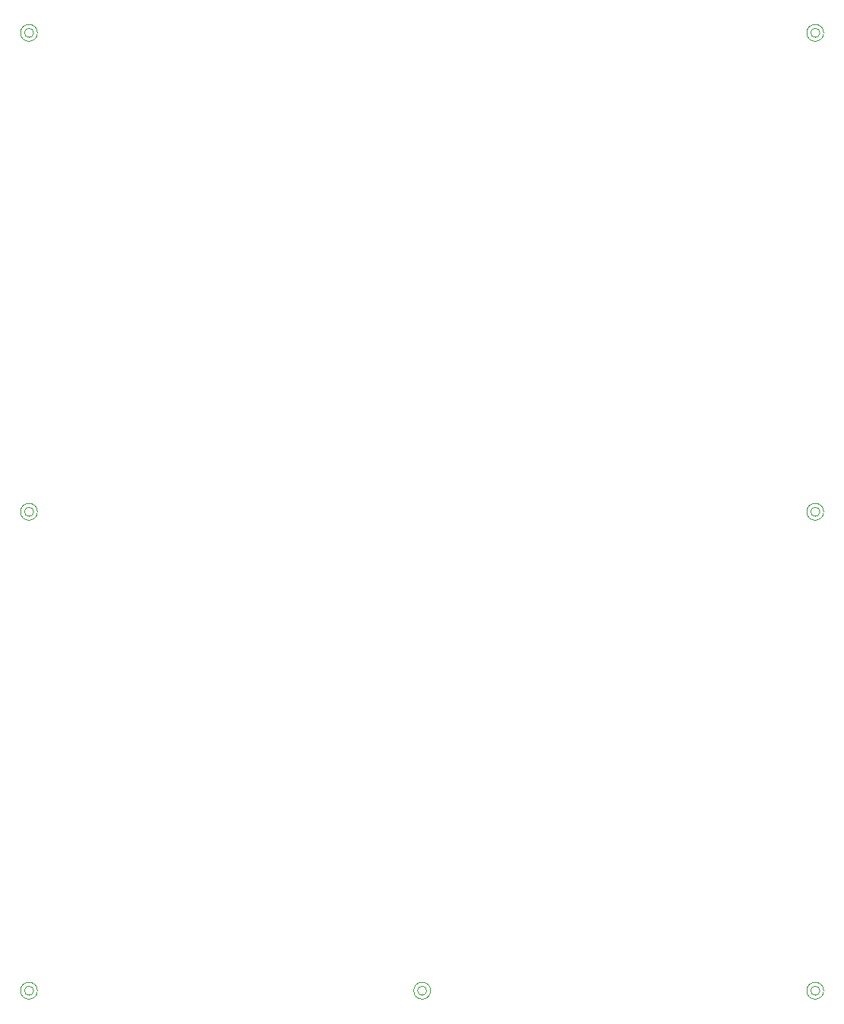
<source format=gbr>
G04 #@! TF.GenerationSoftware,KiCad,Pcbnew,(5.1.5)-3*
G04 #@! TF.CreationDate,2020-07-25T15:17:40-04:00*
G04 #@! TF.ProjectId,bottom-plate,626f7474-6f6d-42d7-906c-6174652e6b69,rev?*
G04 #@! TF.SameCoordinates,Original*
G04 #@! TF.FileFunction,Legend,Top*
G04 #@! TF.FilePolarity,Positive*
%FSLAX46Y46*%
G04 Gerber Fmt 4.6, Leading zero omitted, Abs format (unit mm)*
G04 Created by KiCad (PCBNEW (5.1.5)-3) date 2020-07-25 15:17:40*
%MOMM*%
%LPD*%
G04 APERTURE LIST*
%ADD10C,0.100000*%
G04 APERTURE END LIST*
D10*
X105918000Y-43180000D02*
G75*
G03X105918000Y-43180000I-508000J0D01*
G01*
X106349800Y-43180000D02*
G75*
G03X106349800Y-43180000I-939800J0D01*
G01*
X106349800Y-149860000D02*
G75*
G03X106349800Y-149860000I-939800J0D01*
G01*
X105918000Y-149860000D02*
G75*
G03X105918000Y-149860000I-508000J0D01*
G01*
X105918000Y-96520000D02*
G75*
G03X105918000Y-96520000I-508000J0D01*
G01*
X106349800Y-96520000D02*
G75*
G03X106349800Y-96520000I-939800J0D01*
G01*
X193979800Y-149860000D02*
G75*
G03X193979800Y-149860000I-939800J0D01*
G01*
X193548000Y-149860000D02*
G75*
G03X193548000Y-149860000I-508000J0D01*
G01*
X149733000Y-149860000D02*
G75*
G03X149733000Y-149860000I-508000J0D01*
G01*
X150164800Y-149860000D02*
G75*
G03X150164800Y-149860000I-939800J0D01*
G01*
X193979800Y-43180000D02*
G75*
G03X193979800Y-43180000I-939800J0D01*
G01*
X193548000Y-43180000D02*
G75*
G03X193548000Y-43180000I-508000J0D01*
G01*
X193548000Y-96520000D02*
G75*
G03X193548000Y-96520000I-508000J0D01*
G01*
X193979800Y-96520000D02*
G75*
G03X193979800Y-96520000I-939800J0D01*
G01*
M02*

</source>
